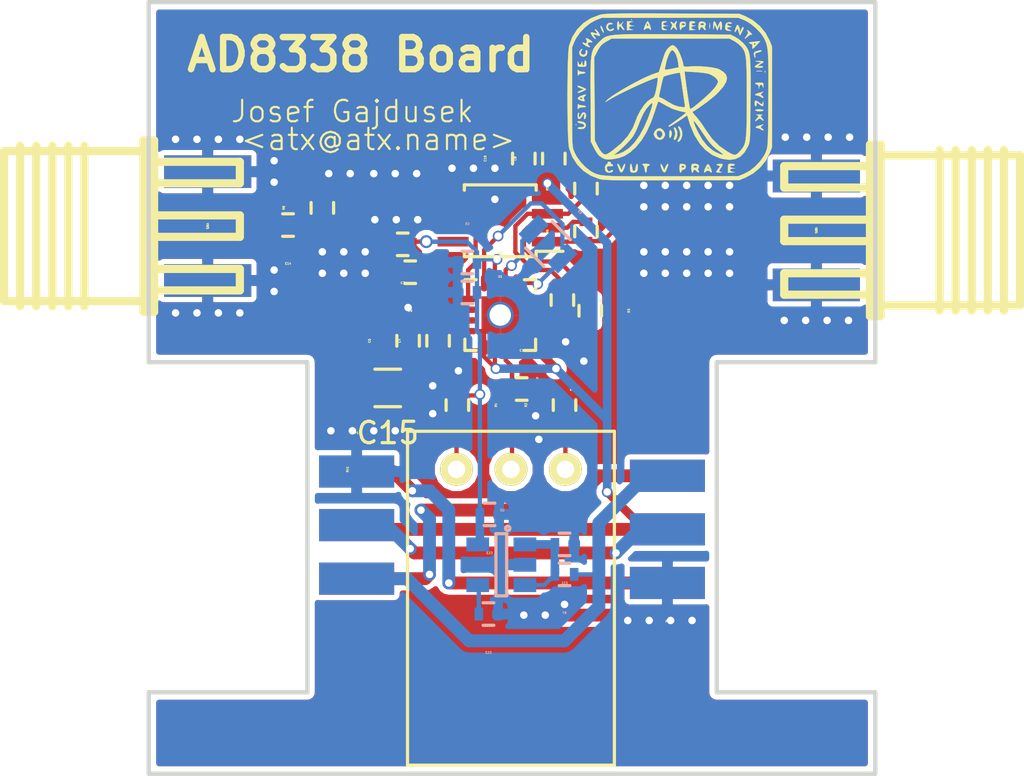
<source format=kicad_pcb>
(kicad_pcb (version 4) (host pcbnew 4.0.2-stable)
  (layers (0 F.Cu signal) (31 B.Cu signal) (34 B.Paste user) (35 F.Paste user) (36 B.SilkS user) (37 F.SilkS user) (38 B.Mask user) (39 F.Mask user) (44 Edge.Cuts user))
  (net 0 "")
  (net 1 "Net-(C1-Pad1)")
  (net 2 GND)
  (net 3 "Net-(C2-Pad1)")
  (net 4 "Net-(C2-Pad2)")
  (net 5 +3V3)
  (net 6 V-)
  (net 7 "Net-(C11-Pad1)")
  (net 8 "Net-(C12-Pad1)")
  (net 9 "Net-(C14-Pad1)")
  (net 10 "Net-(C14-Pad2)")
  (net 11 "Net-(P1-Pad1)")
  (net 12 "Net-(P1-Pad5)")
  (net 13 "Net-(P1-Pad4)")
  (net 14 +5V)
  (net 15 "Net-(R1-Pad2)")
  (net 16 "Net-(R2-Pad1)")
  (net 17 "Net-(R3-Pad1)")
  (net 18 "Net-(R3-Pad2)")
  (net 19 "Net-(R4-Pad1)")
  (net 20 "Net-(R4-Pad2)")
  (net 21 "Net-(U1-Pad6)")
  (net 22 "Net-(J2-Pad1)")
  (module Measurement_Points:Measurement_Point_Round-TH_Small (layer F.Cu) (at 20.8 20.2)
    (fp_text reference REF**113 hide)
    (fp_text value Measurement_Point_Round-TH_Small hide)
    (pad 1 thru_hole circle (at 0 0) (size 0.5 0.5) (drill 0.35) (layers *.Cu *.Mask) (net 2 GND))
  )
  (module Measurement_Points:Measurement_Point_Round-TH_Small (layer F.Cu) (at 21.8 20.2)
    (fp_text reference REF**123 hide)
    (fp_text value Measurement_Point_Round-TH_Small hide)
    (pad 1 thru_hole circle (at 0 0) (size 0.5 0.5) (drill 0.35) (layers *.Cu *.Mask) (net 2 GND))
  )
  (module Measurement_Points:Measurement_Point_Round-TH_Small (layer F.Cu) (at 25.65 31.4)
    (fp_text reference REF**141 hide)
    (fp_text value Measurement_Point_Round-TH_Small hide)
    (pad 1 thru_hole circle (at 0 0) (size 0.5 0.5) (drill 0.35) (layers *.Cu *.Mask) (net 2 GND))
  )
  (module Measurement_Points:Measurement_Point_Round-TH_Small (layer F.Cu) (at 25.65 30.1)
    (fp_text reference REF**141 hide)
    (fp_text value Measurement_Point_Round-TH_Small hide)
    (pad 1 thru_hole circle (at 0 0) (size 0.5 0.5) (drill 0.35) (layers *.Cu *.Mask) (net 2 GND))
  )
  (module Measurement_Points:Measurement_Point_Round-TH_Small (layer F.Cu) (at 30.45 31.5)
    (fp_text reference REF**141 hide)
    (fp_text value Measurement_Point_Round-TH_Small hide)
    (pad 1 thru_hole circle (at 0 0) (size 0.5 0.5) (drill 0.35) (layers *.Cu *.Mask) (net 2 GND))
  )
  (module Measurement_Points:Measurement_Point_Round-TH_Small (layer F.Cu) (at 30.6 32.6)
    (fp_text reference REF**141 hide)
    (fp_text value Measurement_Point_Round-TH_Small hide)
    (pad 1 thru_hole circle (at 0 0) (size 0.5 0.5) (drill 0.35) (layers *.Cu *.Mask) (net 2 GND))
  )
  (module Measurement_Points:Measurement_Point_Round-TH_Small (layer F.Cu) (at 24.95 22.35)
    (fp_text reference REF**133 hide)
    (fp_text value Measurement_Point_Round-TH_Small hide)
    (pad 1 thru_hole circle (at 0 0) (size 0.5 0.5) (drill 0.35) (layers *.Cu *.Mask) (net 2 GND))
  )
  (module Measurement_Points:Measurement_Point_Round-TH_Small (layer F.Cu) (at 23.95 22.35)
    (fp_text reference REF**123 hide)
    (fp_text value Measurement_Point_Round-TH_Small hide)
    (pad 1 thru_hole circle (at 0 0) (size 0.5 0.5) (drill 0.35) (layers *.Cu *.Mask) (net 2 GND))
  )
  (module Measurement_Points:Measurement_Point_Round-TH_Small (layer F.Cu) (at 22.95 22.35)
    (fp_text reference REF**113 hide)
    (fp_text value Measurement_Point_Round-TH_Small hide)
    (pad 1 thru_hole circle (at 0 0) (size 0.5 0.5) (drill 0.35) (layers *.Cu *.Mask) (net 2 GND))
  )
  (module Measurement_Points:Measurement_Point_Round-TH_Small (layer F.Cu) (at 24.5 26.45)
    (fp_text reference REF**141 hide)
    (fp_text value Measurement_Point_Round-TH_Small hide)
    (pad 1 thru_hole circle (at 0 0) (size 0.5 0.5) (drill 0.35) (layers *.Cu *.Mask) (net 2 GND))
  )
  (module Measurement_Points:Measurement_Point_Round-TH_Small (layer F.Cu) (at 28.8 26.8)
    (fp_text reference REF**141 hide)
    (fp_text value Measurement_Point_Round-TH_Small hide)
    (pad 1 thru_hole circle (at 0 0) (size 1.25 1.25) (drill 1) (layers *.Cu *.Mask) (net 6 V-))
  )
  (module Measurement_Points:Measurement_Point_Round-TH_Small (layer F.Cu) (at 26.85 29.4)
    (fp_text reference REF**141 hide)
    (fp_text value Measurement_Point_Round-TH_Small hide)
    (pad 1 thru_hole circle (at 0 0) (size 0.5 0.5) (drill 0.35) (layers *.Cu *.Mask) (net 2 GND))
  )
  (module Measurement_Points:Measurement_Point_Round-TH_Small (layer F.Cu) (at 32.7 28.95)
    (fp_text reference REF**112 hide)
    (fp_text value Measurement_Point_Round-TH_Small hide)
    (pad 1 thru_hole circle (at 0 0) (size 0.5 0.5) (drill 0.35) (layers *.Cu *.Mask) (net 2 GND))
  )
  (module Measurement_Points:Measurement_Point_Round-TH_Small (layer F.Cu) (at 31.85 28.05)
    (fp_text reference REF**112 hide)
    (fp_text value Measurement_Point_Round-TH_Small hide)
    (pad 1 thru_hole circle (at 0 0) (size 0.5 0.5) (drill 0.35) (layers *.Cu *.Mask) (net 2 GND))
  )
  (module Measurement_Points:Measurement_Point_Round-TH_Small (layer F.Cu) (at 28.55 21.4)
    (fp_text reference REF**132 hide)
    (fp_text value Measurement_Point_Round-TH_Small hide)
    (pad 1 thru_hole circle (at 0 0) (size 0.5 0.5) (drill 0.35) (layers *.Cu *.Mask) (net 2 GND))
  )
  (module Measurement_Points:Measurement_Point_Round-TH_Small (layer F.Cu) (at 26.55 19.95)
    (fp_text reference REF**112 hide)
    (fp_text value Measurement_Point_Round-TH_Small hide)
    (pad 1 thru_hole circle (at 0 0) (size 0.5 0.5) (drill 0.35) (layers *.Cu *.Mask) (net 2 GND))
  )
  (module Measurement_Points:Measurement_Point_Round-TH_Small (layer F.Cu) (at 28.55 19.95)
    (fp_text reference REF**132 hide)
    (fp_text value Measurement_Point_Round-TH_Small hide)
    (pad 1 thru_hole circle (at 0 0) (size 0.5 0.5) (drill 0.35) (layers *.Cu *.Mask) (net 2 GND))
  )
  (module Measurement_Points:Measurement_Point_Round-TH_Small (layer F.Cu) (at 27.55 19.95)
    (fp_text reference REF**122 hide)
    (fp_text value Measurement_Point_Round-TH_Small hide)
    (pad 1 thru_hole circle (at 0 0) (size 0.5 0.5) (drill 0.35) (layers *.Cu *.Mask) (net 2 GND))
  )
  (module Measurement_Points:Measurement_Point_Round-TH_Small (layer F.Cu) (at 23.9 20.2)
    (fp_text reference REF**123 hide)
    (fp_text value Measurement_Point_Round-TH_Small hide)
    (pad 1 thru_hole circle (at 0 0) (size 0.5 0.5) (drill 0.35) (layers *.Cu *.Mask) (net 2 GND))
  )
  (module Measurement_Points:Measurement_Point_Round-TH_Small (layer F.Cu) (at 24.9 20.2)
    (fp_text reference REF**133 hide)
    (fp_text value Measurement_Point_Round-TH_Small hide)
    (pad 1 thru_hole circle (at 0 0) (size 0.5 0.5) (drill 0.35) (layers *.Cu *.Mask) (net 2 GND))
  )
  (module Measurement_Points:Measurement_Point_Round-TH_Small (layer F.Cu) (at 22.9 20.2)
    (fp_text reference REF**113 hide)
    (fp_text value Measurement_Point_Round-TH_Small hide)
    (pad 1 thru_hole circle (at 0 0) (size 0.5 0.5) (drill 0.35) (layers *.Cu *.Mask) (net 2 GND))
  )
  (module Measurement_Points:Measurement_Point_Round-TH_Small (layer F.Cu) (at 21.5 23.85)
    (fp_text reference REF**122 hide)
    (fp_text value Measurement_Point_Round-TH_Small hide)
    (pad 1 thru_hole circle (at 0 0) (size 0.5 0.5) (drill 0.35) (layers *.Cu *.Mask) (net 2 GND))
  )
  (module Measurement_Points:Measurement_Point_Round-TH_Small (layer F.Cu) (at 20.5 23.85)
    (fp_text reference REF**112 hide)
    (fp_text value Measurement_Point_Round-TH_Small hide)
    (pad 1 thru_hole circle (at 0 0) (size 0.5 0.5) (drill 0.35) (layers *.Cu *.Mask) (net 2 GND))
  )
  (module Measurement_Points:Measurement_Point_Round-TH_Small (layer F.Cu) (at 21.5 24.85)
    (fp_text reference REF**123 hide)
    (fp_text value Measurement_Point_Round-TH_Small hide)
    (pad 1 thru_hole circle (at 0 0) (size 0.5 0.5) (drill 0.35) (layers *.Cu *.Mask) (net 2 GND))
  )
  (module Measurement_Points:Measurement_Point_Round-TH_Small (layer F.Cu) (at 20.5 24.85)
    (fp_text reference REF**113 hide)
    (fp_text value Measurement_Point_Round-TH_Small hide)
    (pad 1 thru_hole circle (at 0 0) (size 0.5 0.5) (drill 0.35) (layers *.Cu *.Mask) (net 2 GND))
  )
  (module Measurement_Points:Measurement_Point_Round-TH_Small (layer F.Cu) (at 22.5 24.85)
    (fp_text reference REF**133 hide)
    (fp_text value Measurement_Point_Round-TH_Small hide)
    (pad 1 thru_hole circle (at 0 0) (size 0.5 0.5) (drill 0.35) (layers *.Cu *.Mask) (net 2 GND))
  )
  (module Measurement_Points:Measurement_Point_Round-TH_Small (layer F.Cu) (at 22.5 23.85)
    (fp_text reference REF**132 hide)
    (fp_text value Measurement_Point_Round-TH_Small hide)
    (pad 1 thru_hole circle (at 0 0) (size 0.5 0.5) (drill 0.35) (layers *.Cu *.Mask) (net 2 GND))
  )
  (module Measurement_Points:Measurement_Point_Round-TH_Small (layer F.Cu) (at 43.1 18.5)
    (fp_text reference REF**121 hide)
    (fp_text value Measurement_Point_Round-TH_Small hide)
    (pad 1 thru_hole circle (at 0 0) (size 0.5 0.5) (drill 0.35) (layers *.Cu *.Mask) (net 2 GND))
  )
  (module Measurement_Points:Measurement_Point_Round-TH_Small (layer F.Cu) (at 44.1 18.5)
    (fp_text reference REF**131 hide)
    (fp_text value Measurement_Point_Round-TH_Small hide)
    (pad 1 thru_hole circle (at 0 0) (size 0.5 0.5) (drill 0.35) (layers *.Cu *.Mask) (net 2 GND))
  )
  (module Measurement_Points:Measurement_Point_Round-TH_Small (layer F.Cu) (at 42.1 18.5)
    (fp_text reference REF**111 hide)
    (fp_text value Measurement_Point_Round-TH_Small hide)
    (pad 1 thru_hole circle (at 0 0) (size 0.5 0.5) (drill 0.35) (layers *.Cu *.Mask) (net 2 GND))
  )
  (module Measurement_Points:Measurement_Point_Round-TH_Small (layer F.Cu) (at 45.1 18.5)
    (fp_text reference REF**141 hide)
    (fp_text value Measurement_Point_Round-TH_Small hide)
    (pad 1 thru_hole circle (at 0 0) (size 0.5 0.5) (drill 0.35) (layers *.Cu *.Mask) (net 2 GND))
  )
  (module Measurement_Points:Measurement_Point_Round-TH_Small (layer F.Cu) (at 45.05 27.05)
    (fp_text reference REF**141 hide)
    (fp_text value Measurement_Point_Round-TH_Small hide)
    (pad 1 thru_hole circle (at 0 0) (size 0.5 0.5) (drill 0.35) (layers *.Cu *.Mask) (net 2 GND))
  )
  (module Measurement_Points:Measurement_Point_Round-TH_Small (layer F.Cu) (at 44.05 27.05)
    (fp_text reference REF**131 hide)
    (fp_text value Measurement_Point_Round-TH_Small hide)
    (pad 1 thru_hole circle (at 0 0) (size 0.5 0.5) (drill 0.35) (layers *.Cu *.Mask) (net 2 GND))
  )
  (module Measurement_Points:Measurement_Point_Round-TH_Small (layer F.Cu) (at 43.05 27.05)
    (fp_text reference REF**121 hide)
    (fp_text value Measurement_Point_Round-TH_Small hide)
    (pad 1 thru_hole circle (at 0 0) (size 0.5 0.5) (drill 0.35) (layers *.Cu *.Mask) (net 2 GND))
  )
  (module Measurement_Points:Measurement_Point_Round-TH_Small (layer F.Cu) (at 42.05 27.05)
    (fp_text reference REF**111 hide)
    (fp_text value Measurement_Point_Round-TH_Small hide)
    (pad 1 thru_hole circle (at 0 0) (size 0.5 0.5) (drill 0.35) (layers *.Cu *.Mask) (net 2 GND))
  )
  (module Measurement_Points:Measurement_Point_Round-TH_Small (layer F.Cu) (at 37.5 23.85)
    (fp_text reference REF**131 hide)
    (fp_text value Measurement_Point_Round-TH_Small hide)
    (pad 1 thru_hole circle (at 0 0) (size 0.5 0.5) (drill 0.35) (layers *.Cu *.Mask) (net 2 GND))
  )
  (module Measurement_Points:Measurement_Point_Round-TH_Small (layer F.Cu) (at 37.5 24.85)
    (fp_text reference REF**132 hide)
    (fp_text value Measurement_Point_Round-TH_Small hide)
    (pad 1 thru_hole circle (at 0 0) (size 0.5 0.5) (drill 0.35) (layers *.Cu *.Mask) (net 2 GND))
  )
  (module Measurement_Points:Measurement_Point_Round-TH_Small (layer F.Cu) (at 36.5 23.85)
    (fp_text reference REF**121 hide)
    (fp_text value Measurement_Point_Round-TH_Small hide)
    (pad 1 thru_hole circle (at 0 0) (size 0.5 0.5) (drill 0.35) (layers *.Cu *.Mask) (net 2 GND))
  )
  (module Measurement_Points:Measurement_Point_Round-TH_Small (layer F.Cu) (at 35.5 24.85)
    (fp_text reference REF**112 hide)
    (fp_text value Measurement_Point_Round-TH_Small hide)
    (pad 1 thru_hole circle (at 0 0) (size 0.5 0.5) (drill 0.35) (layers *.Cu *.Mask) (net 2 GND))
  )
  (module Measurement_Points:Measurement_Point_Round-TH_Small (layer F.Cu) (at 36.5 24.85)
    (fp_text reference REF**122 hide)
    (fp_text value Measurement_Point_Round-TH_Small hide)
    (pad 1 thru_hole circle (at 0 0) (size 0.5 0.5) (drill 0.35) (layers *.Cu *.Mask) (net 2 GND))
  )
  (module Measurement_Points:Measurement_Point_Round-TH_Small (layer F.Cu) (at 35.5 23.85)
    (fp_text reference REF**111 hide)
    (fp_text value Measurement_Point_Round-TH_Small hide)
    (pad 1 thru_hole circle (at 0 0) (size 0.5 0.5) (drill 0.35) (layers *.Cu *.Mask) (net 2 GND))
  )
  (module Measurement_Points:Measurement_Point_Round-TH_Small (layer F.Cu) (at 38.5 23.85)
    (fp_text reference REF**141 hide)
    (fp_text value Measurement_Point_Round-TH_Small hide)
    (pad 1 thru_hole circle (at 0 0) (size 0.5 0.5) (drill 0.35) (layers *.Cu *.Mask) (net 2 GND))
  )
  (module Measurement_Points:Measurement_Point_Round-TH_Small (layer F.Cu) (at 39.5 24.85)
    (fp_text reference REF**152 hide)
    (fp_text value Measurement_Point_Round-TH_Small hide)
    (pad 1 thru_hole circle (at 0 0) (size 0.5 0.5) (drill 0.35) (layers *.Cu *.Mask) (net 2 GND))
  )
  (module Measurement_Points:Measurement_Point_Round-TH_Small (layer F.Cu) (at 38.5 24.85)
    (fp_text reference REF**142 hide)
    (fp_text value Measurement_Point_Round-TH_Small hide)
    (pad 1 thru_hole circle (at 0 0) (size 0.5 0.5) (drill 0.35) (layers *.Cu *.Mask) (net 2 GND))
  )
  (module Measurement_Points:Measurement_Point_Round-TH_Small (layer F.Cu) (at 39.5 23.85)
    (fp_text reference REF**151 hide)
    (fp_text value Measurement_Point_Round-TH_Small hide)
    (pad 1 thru_hole circle (at 0 0) (size 0.5 0.5) (drill 0.35) (layers *.Cu *.Mask) (net 2 GND))
  )
  (module Measurement_Points:Measurement_Point_Round-TH_Small (layer F.Cu) (at 39.5 20.75)
    (fp_text reference REF**152 hide)
    (fp_text value Measurement_Point_Round-TH_Small hide)
    (pad 1 thru_hole circle (at 0 0) (size 0.5 0.5) (drill 0.35) (layers *.Cu *.Mask) (net 2 GND))
  )
  (module Measurement_Points:Measurement_Point_Round-TH_Small (layer F.Cu) (at 35.5 20.75)
    (fp_text reference REF**112 hide)
    (fp_text value Measurement_Point_Round-TH_Small hide)
    (pad 1 thru_hole circle (at 0 0) (size 0.5 0.5) (drill 0.35) (layers *.Cu *.Mask) (net 2 GND))
  )
  (module Measurement_Points:Measurement_Point_Round-TH_Small (layer F.Cu) (at 36.5 20.75)
    (fp_text reference REF**122 hide)
    (fp_text value Measurement_Point_Round-TH_Small hide)
    (pad 1 thru_hole circle (at 0 0) (size 0.5 0.5) (drill 0.35) (layers *.Cu *.Mask) (net 2 GND))
  )
  (module Measurement_Points:Measurement_Point_Round-TH_Small (layer F.Cu) (at 36.5 21.75)
    (fp_text reference REF**123 hide)
    (fp_text value Measurement_Point_Round-TH_Small hide)
    (pad 1 thru_hole circle (at 0 0) (size 0.5 0.5) (drill 0.35) (layers *.Cu *.Mask) (net 2 GND))
  )
  (module Measurement_Points:Measurement_Point_Round-TH_Small (layer F.Cu) (at 35.5 21.75)
    (fp_text reference REF**113 hide)
    (fp_text value Measurement_Point_Round-TH_Small hide)
    (pad 1 thru_hole circle (at 0 0) (size 0.5 0.5) (drill 0.35) (layers *.Cu *.Mask) (net 2 GND))
  )
  (module Measurement_Points:Measurement_Point_Round-TH_Small (layer F.Cu) (at 37.5 20.75)
    (fp_text reference REF**132 hide)
    (fp_text value Measurement_Point_Round-TH_Small hide)
    (pad 1 thru_hole circle (at 0 0) (size 0.5 0.5) (drill 0.35) (layers *.Cu *.Mask) (net 2 GND))
  )
  (module Measurement_Points:Measurement_Point_Round-TH_Small (layer F.Cu) (at 38.5 21.75)
    (fp_text reference REF**143 hide)
    (fp_text value Measurement_Point_Round-TH_Small hide)
    (pad 1 thru_hole circle (at 0 0) (size 0.5 0.5) (drill 0.35) (layers *.Cu *.Mask) (net 2 GND))
  )
  (module Measurement_Points:Measurement_Point_Round-TH_Small (layer F.Cu) (at 37.5 21.75)
    (fp_text reference REF**133 hide)
    (fp_text value Measurement_Point_Round-TH_Small hide)
    (pad 1 thru_hole circle (at 0 0) (size 0.5 0.5) (drill 0.35) (layers *.Cu *.Mask) (net 2 GND))
  )
  (module Measurement_Points:Measurement_Point_Round-TH_Small (layer F.Cu) (at 38.5 20.75)
    (fp_text reference REF**142 hide)
    (fp_text value Measurement_Point_Round-TH_Small hide)
    (pad 1 thru_hole circle (at 0 0) (size 0.5 0.5) (drill 0.35) (layers *.Cu *.Mask) (net 2 GND))
  )
  (module Measurement_Points:Measurement_Point_Round-TH_Small (layer F.Cu) (at 39.5 21.75)
    (fp_text reference REF**153 hide)
    (fp_text value Measurement_Point_Round-TH_Small hide)
    (pad 1 thru_hole circle (at 0 0) (size 0.5 0.5) (drill 0.35) (layers *.Cu *.Mask) (net 2 GND))
  )
  (module Measurement_Points:Measurement_Point_Round-TH_Small (layer F.Cu) (at 18.25 19.6)
    (fp_text reference REF**111 hide)
    (fp_text value Measurement_Point_Round-TH_Small hide)
    (pad 1 thru_hole circle (at 0 0) (size 0.5 0.5) (drill 0.35) (layers *.Cu *.Mask) (net 2 GND))
  )
  (module Measurement_Points:Measurement_Point_Round-TH_Small (layer F.Cu) (at 18.25 20.6)
    (fp_text reference REF**112 hide)
    (fp_text value Measurement_Point_Round-TH_Small hide)
    (pad 1 thru_hole circle (at 0 0) (size 0.5 0.5) (drill 0.35) (layers *.Cu *.Mask) (net 2 GND))
  )
  (module Measurement_Points:Measurement_Point_Round-TH_Small (layer F.Cu) (at 18.25 24.7)
    (fp_text reference REF**111 hide)
    (fp_text value Measurement_Point_Round-TH_Small hide)
    (pad 1 thru_hole circle (at 0 0) (size 0.5 0.5) (drill 0.35) (layers *.Cu *.Mask) (net 2 GND))
  )
  (module Measurement_Points:Measurement_Point_Round-TH_Small (layer F.Cu) (at 18.25 25.7)
    (fp_text reference REF**112 hide)
    (fp_text value Measurement_Point_Round-TH_Small hide)
    (pad 1 thru_hole circle (at 0 0) (size 0.5 0.5) (drill 0.35) (layers *.Cu *.Mask) (net 2 GND))
  )
  (module Measurement_Points:Measurement_Point_Round-TH_Small (layer F.Cu) (at 14.65 18.6)
    (fp_text reference REF**121 hide)
    (fp_text value Measurement_Point_Round-TH_Small hide)
    (pad 1 thru_hole circle (at 0 0) (size 0.5 0.5) (drill 0.35) (layers *.Cu *.Mask) (net 2 GND))
  )
  (module Measurement_Points:Measurement_Point_Round-TH_Small (layer F.Cu) (at 15.65 18.6)
    (fp_text reference REF**131 hide)
    (fp_text value Measurement_Point_Round-TH_Small hide)
    (pad 1 thru_hole circle (at 0 0) (size 0.5 0.5) (drill 0.35) (layers *.Cu *.Mask) (net 2 GND))
  )
  (module Measurement_Points:Measurement_Point_Round-TH_Small (layer F.Cu) (at 13.65 18.6)
    (fp_text reference REF**111 hide)
    (fp_text value Measurement_Point_Round-TH_Small hide)
    (pad 1 thru_hole circle (at 0 0) (size 0.5 0.5) (drill 0.35) (layers *.Cu *.Mask) (net 2 GND))
  )
  (module Measurement_Points:Measurement_Point_Round-TH_Small (layer F.Cu) (at 16.65 18.6)
    (fp_text reference REF**141 hide)
    (fp_text value Measurement_Point_Round-TH_Small hide)
    (pad 1 thru_hole circle (at 0 0) (size 0.5 0.5) (drill 0.35) (layers *.Cu *.Mask) (net 2 GND))
  )
  (module Measurement_Points:Measurement_Point_Round-TH_Small (layer F.Cu) (at 14.65 26.7)
    (fp_text reference REF**121 hide)
    (fp_text value Measurement_Point_Round-TH_Small hide)
    (pad 1 thru_hole circle (at 0 0) (size 0.5 0.5) (drill 0.35) (layers *.Cu *.Mask) (net 2 GND))
  )
  (module Measurement_Points:Measurement_Point_Round-TH_Small (layer F.Cu) (at 15.65 26.7)
    (fp_text reference REF**131 hide)
    (fp_text value Measurement_Point_Round-TH_Small hide)
    (pad 1 thru_hole circle (at 0 0) (size 0.5 0.5) (drill 0.35) (layers *.Cu *.Mask) (net 2 GND))
  )
  (module Measurement_Points:Measurement_Point_Round-TH_Small (layer F.Cu) (at 13.65 26.7)
    (fp_text reference REF**111 hide)
    (fp_text value Measurement_Point_Round-TH_Small hide)
    (pad 1 thru_hole circle (at 0 0) (size 0.5 0.5) (drill 0.35) (layers *.Cu *.Mask) (net 2 GND))
  )
  (module Measurement_Points:Measurement_Point_Round-TH_Small (layer F.Cu) (at 16.65 26.7)
    (fp_text reference REF**141 hide)
    (fp_text value Measurement_Point_Round-TH_Small hide)
    (pad 1 thru_hole circle (at 0 0) (size 0.5 0.5) (drill 0.35) (layers *.Cu *.Mask) (net 2 GND))
  )
  (module Measurement_Points:Measurement_Point_Round-TH_Small (layer F.Cu) (at 23.9 32.2)
    (fp_text reference REF**141 hide)
    (fp_text value Measurement_Point_Round-TH_Small hide)
    (pad 1 thru_hole circle (at 0 0) (size 0.5 0.5) (drill 0.35) (layers *.Cu *.Mask) (net 2 GND))
  )
  (module Measurement_Points:Measurement_Point_Round-TH_Small (layer F.Cu) (at 20.9 32.2)
    (fp_text reference REF**111 hide)
    (fp_text value Measurement_Point_Round-TH_Small hide)
    (pad 1 thru_hole circle (at 0 0) (size 0.5 0.5) (drill 0.35) (layers *.Cu *.Mask) (net 2 GND))
  )
  (module Measurement_Points:Measurement_Point_Round-TH_Small (layer F.Cu) (at 21.9 32.2)
    (fp_text reference REF**121 hide)
    (fp_text value Measurement_Point_Round-TH_Small hide)
    (pad 1 thru_hole circle (at 0 0) (size 0.5 0.5) (drill 0.35) (layers *.Cu *.Mask) (net 2 GND))
  )
  (module Measurement_Points:Measurement_Point_Round-TH_Small (layer F.Cu) (at 22.9 32.2)
    (fp_text reference REF**131 hide)
    (fp_text value Measurement_Point_Round-TH_Small hide)
    (pad 1 thru_hole circle (at 0 0) (size 0.5 0.5) (drill 0.35) (layers *.Cu *.Mask) (net 2 GND))
  )
  (module Measurement_Points:Measurement_Point_Round-TH_Small (layer F.Cu) (at 35.75 41.05)
    (fp_text reference REF**121 hide)
    (fp_text value Measurement_Point_Round-TH_Small hide)
    (pad 1 thru_hole circle (at 0 0) (size 0.5 0.5) (drill 0.35) (layers *.Cu *.Mask) (net 2 GND))
  )
  (module Measurement_Points:Measurement_Point_Round-TH_Small (layer F.Cu) (at 36.75 41.05)
    (fp_text reference REF**131 hide)
    (fp_text value Measurement_Point_Round-TH_Small hide)
    (pad 1 thru_hole circle (at 0 0) (size 0.5 0.5) (drill 0.35) (layers *.Cu *.Mask) (net 2 GND))
  )
  (module Measurement_Points:Measurement_Point_Round-TH_Small (layer F.Cu) (at 34.75 41.05)
    (fp_text reference REF**111 hide)
    (fp_text value Measurement_Point_Round-TH_Small hide)
    (pad 1 thru_hole circle (at 0 0) (size 0.5 0.5) (drill 0.35) (layers *.Cu *.Mask) (net 2 GND))
  )
  (module Measurement_Points:Measurement_Point_Round-TH_Small (layer F.Cu) (at 37.75 41.05)
    (fp_text reference REF**141 hide)
    (fp_text value Measurement_Point_Round-TH_Small hide)
    (pad 1 thru_hole circle (at 0 0) (size 0.5 0.5) (drill 0.35) (layers *.Cu *.Mask) (net 2 GND))
  )
  (module Measurement_Points:Measurement_Point_Round-TH_Small (layer F.Cu) (at 29.9 40.8)
    (fp_text reference REF**111 hide)
    (fp_text value Measurement_Point_Round-TH_Small hide)
    (pad 1 thru_hole circle (at 0 0) (size 0.5 0.5) (drill 0.35) (layers *.Cu *.Mask) (net 2 GND))
  )
  (module Measurement_Points:Measurement_Point_Round-TH_Small (layer F.Cu) (at 31.8 40.3)
    (fp_text reference REF**131 hide)
    (fp_text value Measurement_Point_Round-TH_Small hide)
    (pad 1 thru_hole circle (at 0 0) (size 0.5 0.5) (drill 0.35) (layers *.Cu *.Mask) (net 2 GND))
  )
  (module Measurement_Points:Measurement_Point_Round-TH_Small (layer F.Cu) (at 30.9 40.8)
    (fp_text reference REF**121 hide)
    (fp_text value Measurement_Point_Round-TH_Small hide)
    (pad 1 thru_hole circle (at 0 0) (size 0.5 0.5) (drill 0.35) (layers *.Cu *.Mask) (net 2 GND))
  )
  (module TinkerForge:CON-SMA-EDGE (layer F.Cu) (at 43.55 22.85 90)
    (fp_text reference J2 (at 0 0 90) (layer F.SilkS) (effects (font (size 0.1 0.1) (thickness 0.025))))
    (fp_text value SMA (at 0 0 90) (layer F.SilkS) (effects (font (size 0.1 0.1) (thickness 0.025))))
    (pad 1 smd rect (at 0 0 90) (size 1.524 4.064) (layers F.Cu F.Paste F.Mask) (net 22 "Net-(J2-Pad1)"))
    (pad 2 smd rect (at -2.54 0 90) (size 1.524 4.064) (layers F.Cu F.Paste F.Mask) (net 2 GND))
    (pad 4 smd rect (at 2.54 0 90) (size 1.524 4.064) (layers F.Cu F.Paste F.Mask) (net 2 GND))
    (pad 3 smd rect (at -2.54 0 90) (size 1.524 4.064) (layers B.Cu B.Paste B.Mask) (net 2 GND))
    (pad 5 smd rect (at 2.54 0 90) (size 1.524 4.064) (layers B.Cu B.Paste B.Mask) (net 2 GND))
  )
  (module TO_SOT_Packages_SMD:SOT-23-5 (layer B.Cu) (at 28.85 38.45 180)
    (fp_text reference U3 (at -0.05 2.55 180) (layer B.SilkS) (effects (font (size 0.1 0.1) (thickness 0.025)) (justify mirror)))
    (fp_text value NCP700B)
    (pad 1 smd rect (at -1.1 0.95 180) (size 1.06 0.65) (layers B.Cu B.Paste B.Mask) (net 7 "Net-(C11-Pad1)"))
    (pad 2 smd rect (at -1.1 0 180) (size 1.06 0.65) (layers B.Cu B.Paste B.Mask) (net 2 GND))
    (pad 3 smd rect (at -1.1 -0.95 180) (size 1.06 0.65) (layers B.Cu B.Paste B.Mask) (net 7 "Net-(C11-Pad1)"))
    (pad 4 smd rect (at 1.1 -0.95 180) (size 1.06 0.65) (layers B.Cu B.Paste B.Mask) (net 8 "Net-(C12-Pad1)"))
    (pad 5 smd rect (at 1.1 0.95 180) (size 1.06 0.65) (layers B.Cu B.Paste B.Mask) (net 5 +3V3))
  )
  (module Housings_DFN_QFN:UQFN-16-1EP_3x3mm_Pitch0.5mm (layer F.Cu) (at 28.8 26.8)
    (fp_text reference U2 (at 0 -2.9) (layer F.SilkS) (effects (font (size 0.1 0.1) (thickness 0.025))))
    (fp_text value AD8338)
    (pad 1 smd oval (at -1.5 -0.75) (size 0.8 0.3) (layers F.Cu F.Paste F.Mask) (net 21 "Net-(U1-Pad6)"))
    (pad 2 smd oval (at -1.5 -0.25) (size 0.8 0.3) (layers F.Cu F.Paste F.Mask))
    (pad 3 smd oval (at -1.5 0.25) (size 0.8 0.3) (layers F.Cu F.Paste F.Mask))
    (pad 4 smd oval (at -1.5 0.75) (size 0.8 0.3) (layers F.Cu F.Paste F.Mask) (net 6 V-))
    (pad 5 smd oval (at -0.75 1.5 90) (size 0.8 0.3) (layers F.Cu F.Paste F.Mask) (net 6 V-))
    (pad 6 smd oval (at -0.25 1.5 90) (size 0.8 0.3) (layers F.Cu F.Paste F.Mask) (net 6 V-))
    (pad 7 smd oval (at 0.25 1.5 90) (size 0.8 0.3) (layers F.Cu F.Paste F.Mask) (net 1 "Net-(C1-Pad1)"))
    (pad 8 smd oval (at 0.75 1.5 90) (size 0.8 0.3) (layers F.Cu F.Paste F.Mask) (net 6 V-))
    (pad 9 smd oval (at 1.5 0.75) (size 0.8 0.3) (layers F.Cu F.Paste F.Mask))
    (pad 10 smd oval (at 1.5 0.25) (size 0.8 0.3) (layers F.Cu F.Paste F.Mask) (net 18 "Net-(R3-Pad2)"))
    (pad 11 smd oval (at 1.5 -0.25) (size 0.8 0.3) (layers F.Cu F.Paste F.Mask) (net 20 "Net-(R4-Pad2)"))
    (pad 12 smd oval (at 1.5 -0.75) (size 0.8 0.3) (layers F.Cu F.Paste F.Mask))
    (pad 13 smd oval (at 0.75 -1.5 90) (size 0.8 0.3) (layers F.Cu F.Paste F.Mask) (net 3 "Net-(C2-Pad1)"))
    (pad 14 smd oval (at 0.25 -1.5 90) (size 0.8 0.3) (layers F.Cu F.Paste F.Mask) (net 4 "Net-(C2-Pad2)"))
    (pad 15 smd oval (at -0.25 -1.5 90) (size 0.8 0.3) (layers F.Cu F.Paste F.Mask) (net 5 +3V3))
    (pad 16 smd oval (at -0.75 -1.5 90) (size 0.8 0.3) (layers F.Cu F.Paste F.Mask) (net 3 "Net-(C2-Pad1)"))
    (pad 17 smd rect (at 0.4375 0.4375) (size 0.875 0.875) (layers F.Cu F.Paste F.Mask) (net 6 V-))
    (pad 17 smd rect (at 0.4375 -0.4375) (size 0.875 0.875) (layers F.Cu F.Paste F.Mask) (net 6 V-))
    (pad 17 smd rect (at -0.4375 0.4375) (size 0.875 0.875) (layers F.Cu F.Paste F.Mask) (net 6 V-))
    (pad 17 smd rect (at -0.4375 -0.4375) (size 0.875 0.875) (layers F.Cu F.Paste F.Mask) (net 6 V-))
  )
  (module Housings_SSOP:MSOP-8_3x3mm_Pitch0.65mm (layer F.Cu) (at 28.8 22.4 180)
    (fp_text reference U1 (at 0 -2.6 180) (layer F.SilkS) (effects (font (size 0.1 0.1) (thickness 0.025))))
    (fp_text value MAX4477)
    (pad 1 smd rect (at -2.2 -0.975 180) (size 1.45 0.45) (layers F.Cu F.Paste F.Mask) (net 22 "Net-(J2-Pad1)"))
    (pad 2 smd rect (at -2.2 -0.325 180) (size 1.45 0.45) (layers F.Cu F.Paste F.Mask) (net 17 "Net-(R3-Pad1)"))
    (pad 3 smd rect (at -2.2 0.325 180) (size 1.45 0.45) (layers F.Cu F.Paste F.Mask) (net 19 "Net-(R4-Pad1)"))
    (pad 4 smd rect (at -2.2 0.975 180) (size 1.45 0.45) (layers F.Cu F.Paste F.Mask) (net 6 V-))
    (pad 5 smd rect (at 2.2 0.975 180) (size 1.45 0.45) (layers F.Cu F.Paste F.Mask) (net 9 "Net-(C14-Pad1)"))
    (pad 6 smd rect (at 2.2 0.325 180) (size 1.45 0.45) (layers F.Cu F.Paste F.Mask) (net 21 "Net-(U1-Pad6)"))
    (pad 7 smd rect (at 2.2 -0.325 180) (size 1.45 0.45) (layers F.Cu F.Paste F.Mask) (net 21 "Net-(U1-Pad6)"))
    (pad 8 smd rect (at 2.2 -0.975 180) (size 1.45 0.45) (layers F.Cu F.Paste F.Mask) (net 5 +3V3))
  )
  (module footprints:Potentiometer_Bourns_3296W_3-8Zoll_Inline_ScrewUp_Side (layer F.Cu) (at 31.84 34 90)
    (fp_text reference RV1 (at 0 -10.16 90) (layer F.SilkS) (effects (font (size 0.1 0.1) (thickness 0.025))))
    (fp_text value 20k)
    (pad 2 thru_hole circle (at 0 -2.54 90) (size 1.524 1.524) (drill 0.8128) (layers *.Cu *.Mask F.SilkS) (net 1 "Net-(C1-Pad1)"))
    (pad 3 thru_hole circle (at 0 -5.08 90) (size 1.524 1.524) (drill 0.8128) (layers *.Cu *.Mask F.SilkS) (net 15 "Net-(R1-Pad2)"))
    (pad 1 thru_hole circle (at 0 0 90) (size 1.524 1.524) (drill 0.8128) (layers *.Cu *.Mask F.SilkS) (net 16 "Net-(R2-Pad1)"))
  )
  (module Resistors_SMD:R_0402 (layer F.Cu) (at 20.5 21.8 90)
    (fp_text reference R8 (at 0 -1.8 90) (layer F.SilkS) (effects (font (size 0.1 0.1) (thickness 0.025))))
    (fp_text value 1M)
    (pad 1 smd rect (at -0.45 0 90) (size 0.4 0.6) (layers F.Cu F.Paste F.Mask) (net 9 "Net-(C14-Pad1)"))
    (pad 2 smd rect (at 0.45 0 90) (size 0.4 0.6) (layers F.Cu F.Paste F.Mask) (net 2 GND))
  )
  (module Resistors_SMD:R_0402 (layer B.Cu) (at 31.8 38.9)
    (fp_text reference R7 (at 0 1.8) (layer B.SilkS) (effects (font (size 0.1 0.1) (thickness 0.025)) (justify mirror)))
    (fp_text value 22)
    (pad 1 smd rect (at -0.45 0) (size 0.4 0.6) (layers B.Cu B.Paste B.Mask) (net 7 "Net-(C11-Pad1)"))
    (pad 2 smd rect (at 0.45 0) (size 0.4 0.6) (layers B.Cu B.Paste B.Mask) (net 14 +5V))
  )
  (module Resistors_SMD:R_0402 (layer F.Cu) (at 32.8 22.9 90)
    (fp_text reference R6 (at 0 -1.8 90) (layer F.SilkS) (effects (font (size 0.1 0.1) (thickness 0.025))))
    (fp_text value 10k)
    (pad 1 smd rect (at -0.45 0 90) (size 0.4 0.6) (layers F.Cu F.Paste F.Mask) (net 22 "Net-(J2-Pad1)"))
    (pad 2 smd rect (at 0.45 0 90) (size 0.4 0.6) (layers F.Cu F.Paste F.Mask) (net 17 "Net-(R3-Pad1)"))
  )
  (module Resistors_SMD:R_0402 (layer F.Cu) (at 32.8 20.9 90)
    (fp_text reference R5 (at 0 -1.8 90) (layer F.SilkS) (effects (font (size 0.1 0.1) (thickness 0.025))))
    (fp_text value 10k)
    (pad 1 smd rect (at -0.45 0 90) (size 0.4 0.6) (layers F.Cu F.Paste F.Mask) (net 19 "Net-(R4-Pad1)"))
    (pad 2 smd rect (at 0.45 0 90) (size 0.4 0.6) (layers F.Cu F.Paste F.Mask) (net 2 GND))
  )
  (module Resistors_SMD:R_0402 (layer F.Cu) (at 31.7 26.1 270)
    (fp_text reference R4 (at 0 -1.8 270) (layer F.SilkS) (effects (font (size 0.1 0.1) (thickness 0.025))))
    (fp_text value 10k)
    (pad 1 smd rect (at -0.45 0 270) (size 0.4 0.6) (layers F.Cu F.Paste F.Mask) (net 19 "Net-(R4-Pad1)"))
    (pad 2 smd rect (at 0.45 0 270) (size 0.4 0.6) (layers F.Cu F.Paste F.Mask) (net 20 "Net-(R4-Pad2)"))
  )
  (module Resistors_SMD:R_0402 (layer F.Cu) (at 33 26.6 270)
    (fp_text reference R3 (at 0 -1.8 270) (layer F.SilkS) (effects (font (size 0.1 0.1) (thickness 0.025))))
    (fp_text value 10k)
    (pad 1 smd rect (at -0.45 0 270) (size 0.4 0.6) (layers F.Cu F.Paste F.Mask) (net 17 "Net-(R3-Pad1)"))
    (pad 2 smd rect (at 0.45 0 270) (size 0.4 0.6) (layers F.Cu F.Paste F.Mask) (net 18 "Net-(R3-Pad2)"))
  )
  (module Resistors_SMD:R_0402 (layer F.Cu) (at 31.8 31 90)
    (fp_text reference R2 (at 0 -1.8 90) (layer F.SilkS) (effects (font (size 0.1 0.1) (thickness 0.025))))
    (fp_text value 18k)
    (pad 1 smd rect (at -0.45 0 90) (size 0.4 0.6) (layers F.Cu F.Paste F.Mask) (net 16 "Net-(R2-Pad1)"))
    (pad 2 smd rect (at 0.45 0 90) (size 0.4 0.6) (layers F.Cu F.Paste F.Mask) (net 2 GND))
  )
  (module Resistors_SMD:R_0402 (layer F.Cu) (at 26.8 31 270)
    (fp_text reference R1 (at 0 -1.8 270) (layer F.SilkS) (effects (font (size 0.1 0.1) (thickness 0.025))))
    (fp_text value 43k)
    (pad 1 smd rect (at -0.45 0 270) (size 0.4 0.6) (layers F.Cu F.Paste F.Mask) (net 5 +3V3))
    (pad 2 smd rect (at 0.45 0 270) (size 0.4 0.6) (layers F.Cu F.Paste F.Mask) (net 15 "Net-(R1-Pad2)"))
  )
  (module footprints:CONN_02x03_EDGE (layer F.Cu) (at 36.6 36.9 180)
    (fp_text reference P2 (at 0 -4.2 180) (layer F.SilkS) (effects (font (size 0.1 0.1) (thickness 0.025))))
    (fp_text value CONN_OUT)
    (pad 1 smd rect (at 0 -2.4 180) (size 3.5 1.5) (layers F.Cu F.Paste F.Mask) (net 11 "Net-(P1-Pad1)"))
    (pad 3 smd rect (at 0 0.1 180) (size 3.5 1.5) (layers F.Cu F.Paste F.Mask) (net 6 V-))
    (pad 5 smd rect (at 0 2.6 180) (size 3.5 1.5) (layers F.Cu F.Paste F.Mask) (net 12 "Net-(P1-Pad5)"))
    (pad 2 smd rect (at 0 -2.4 180) (size 3.5 1.5) (layers B.Cu B.Paste B.Mask) (net 2 GND))
    (pad 4 smd rect (at 0 0.1 180) (size 3.5 1.5) (layers B.Cu B.Paste B.Mask) (net 13 "Net-(P1-Pad4)"))
    (pad 6 smd rect (at 0 2.6 180) (size 3.5 1.5) (layers B.Cu B.Paste B.Mask) (net 14 +5V))
  )
  (module footprints:CONN_02x03_EDGE (layer F.Cu) (at 22.1 36.5)
    (fp_text reference P1 (at 0 -4.2) (layer F.SilkS) (effects (font (size 0.1 0.1) (thickness 0.025))))
    (fp_text value CONN_IN)
    (pad 1 smd rect (at 0 -2.4) (size 3.5 1.5) (layers F.Cu F.Paste F.Mask) (net 11 "Net-(P1-Pad1)"))
    (pad 3 smd rect (at 0 0.1) (size 3.5 1.5) (layers F.Cu F.Paste F.Mask) (net 6 V-))
    (pad 5 smd rect (at 0 2.6) (size 3.5 1.5) (layers F.Cu F.Paste F.Mask) (net 12 "Net-(P1-Pad5)"))
    (pad 2 smd rect (at 0 -2.4) (size 3.5 1.5) (layers B.Cu B.Paste B.Mask) (net 2 GND))
    (pad 4 smd rect (at 0 0.1) (size 3.5 1.5) (layers B.Cu B.Paste B.Mask) (net 13 "Net-(P1-Pad4)"))
    (pad 6 smd rect (at 0 2.6) (size 3.5 1.5) (layers B.Cu B.Paste B.Mask) (net 14 +5V))
  )
  (module TinkerForge:CON-SMA-EDGE (layer F.Cu) (at 15.15 22.65 270)
    (fp_text reference J1 (at 0 0 270) (layer F.SilkS) (effects (font (size 0.1 0.1) (thickness 0.025))))
    (fp_text value SMA (at 0 0 270) (layer F.SilkS) (effects (font (size 0.1 0.1) (thickness 0.025))))
    (pad 1 smd rect (at 0 0 270) (size 1.524 4.064) (layers F.Cu F.Paste F.Mask) (net 10 "Net-(C14-Pad2)"))
    (pad 2 smd rect (at -2.54 0 270) (size 1.524 4.064) (layers F.Cu F.Paste F.Mask) (net 2 GND))
    (pad 4 smd rect (at 2.54 0 270) (size 1.524 4.064) (layers F.Cu F.Paste F.Mask) (net 2 GND))
    (pad 3 smd rect (at -2.54 0 270) (size 1.524 4.064) (layers B.Cu B.Paste B.Mask) (net 2 GND))
    (pad 5 smd rect (at 2.54 0 270) (size 1.524 4.064) (layers B.Cu B.Paste B.Mask) (net 2 GND))
  )
  (module Resistors_SMD:R_0402 (layer F.Cu) (at 18.9 22.6 180)
    (fp_text reference C14 (at 0 -1.8 180) (layer F.SilkS) (effects (font (size 0.1 0.1) (thickness 0.025))))
    (fp_text value DNP)
    (pad 1 smd rect (at -0.45 0 180) (size 0.4 0.6) (layers F.Cu F.Paste F.Mask) (net 9 "Net-(C14-Pad1)"))
    (pad 2 smd rect (at 0.45 0 180) (size 0.4 0.6) (layers F.Cu F.Paste F.Mask) (net 10 "Net-(C14-Pad2)"))
  )
  (module Resistors_SMD:R_0402 (layer B.Cu) (at 28.3 36.1)
    (fp_text reference C13 (at 0 1.8) (layer B.SilkS) (effects (font (size 0.1 0.1) (thickness 0.025)) (justify mirror)))
    (fp_text value 1u)
    (pad 1 smd rect (at -0.45 0) (size 0.4 0.6) (layers B.Cu B.Paste B.Mask) (net 5 +3V3))
    (pad 2 smd rect (at 0.45 0) (size 0.4 0.6) (layers B.Cu B.Paste B.Mask) (net 2 GND))
  )
  (module Resistors_SMD:R_0402 (layer B.Cu) (at 28.25 40.75)
    (fp_text reference C12 (at 0 1.8) (layer B.SilkS) (effects (font (size 0.1 0.1) (thickness 0.025)) (justify mirror)))
    (fp_text value 100n)
    (pad 1 smd rect (at -0.45 0) (size 0.4 0.6) (layers B.Cu B.Paste B.Mask) (net 8 "Net-(C12-Pad1)"))
    (pad 2 smd rect (at 0.45 0) (size 0.4 0.6) (layers B.Cu B.Paste B.Mask) (net 2 GND))
  )
  (module Resistors_SMD:R_0402 (layer B.Cu) (at 31.8 37.5)
    (fp_text reference C11 (at 0 1.8) (layer B.SilkS) (effects (font (size 0.1 0.1) (thickness 0.025)) (justify mirror)))
    (fp_text value 1u)
    (pad 1 smd rect (at -0.45 0) (size 0.4 0.6) (layers B.Cu B.Paste B.Mask) (net 7 "Net-(C11-Pad1)"))
    (pad 2 smd rect (at 0.45 0) (size 0.4 0.6) (layers B.Cu B.Paste B.Mask) (net 2 GND))
  )
  (module Resistors_SMD:R_0402 (layer F.Cu) (at 31.3 19.5 90)
    (fp_text reference C8 (at 0 -1.8 90) (layer F.SilkS) (effects (font (size 0.1 0.1) (thickness 0.025))))
    (fp_text value 10n)
    (pad 1 smd rect (at -0.45 0 90) (size 0.4 0.6) (layers F.Cu F.Paste F.Mask) (net 6 V-))
    (pad 2 smd rect (at 0.45 0 90) (size 0.4 0.6) (layers F.Cu F.Paste F.Mask) (net 2 GND))
  )
  (module Resistors_SMD:R_0402 (layer F.Cu) (at 24.25 23.5 180)
    (fp_text reference C7 (at 0 -1.8 180) (layer F.SilkS) (effects (font (size 0.1 0.1) (thickness 0.025))))
    (fp_text value 10n)
    (pad 1 smd rect (at -0.45 0 180) (size 0.4 0.6) (layers F.Cu F.Paste F.Mask) (net 5 +3V3))
    (pad 2 smd rect (at 0.45 0 180) (size 0.4 0.6) (layers F.Cu F.Paste F.Mask) (net 2 GND))
  )
  (module Resistors_SMD:R_0402 (layer F.Cu) (at 24.5 28 90)
    (fp_text reference C6 (at 0 -1.8 90) (layer F.SilkS) (effects (font (size 0.1 0.1) (thickness 0.025))))
    (fp_text value 100n)
    (pad 1 smd rect (at -0.45 0 90) (size 0.4 0.6) (layers F.Cu F.Paste F.Mask) (net 6 V-))
    (pad 2 smd rect (at 0.45 0 90) (size 0.4 0.6) (layers F.Cu F.Paste F.Mask) (net 2 GND))
  )
  (module Resistors_SMD:R_0402 (layer B.Cu) (at 27.266 24.346 180)
    (fp_text reference C5 (at 0 1.8 180) (layer B.SilkS) (effects (font (size 0.1 0.1) (thickness 0.025)) (justify mirror)))
    (fp_text value 100n)
    (pad 1 smd rect (at -0.45 0 180) (size 0.4 0.6) (layers B.Cu B.Paste B.Mask) (net 5 +3V3))
    (pad 2 smd rect (at 0.45 0 180) (size 0.4 0.6) (layers B.Cu B.Paste B.Mask) (net 2 GND))
  )
  (module Resistors_SMD:R_0402 (layer F.Cu) (at 25.9 28 90)
    (fp_text reference C4 (at 0 -1.8 90) (layer F.SilkS) (effects (font (size 0.1 0.1) (thickness 0.025))))
    (fp_text value 10n)
    (pad 1 smd rect (at -0.45 0 90) (size 0.4 0.6) (layers F.Cu F.Paste F.Mask) (net 6 V-))
    (pad 2 smd rect (at 0.45 0 90) (size 0.4 0.6) (layers F.Cu F.Paste F.Mask) (net 2 GND))
  )
  (module Resistors_SMD:R_0402 (layer B.Cu) (at 27.266 25.746 180)
    (fp_text reference C3 (at 0 1.8 180) (layer B.SilkS) (effects (font (size 0.1 0.1) (thickness 0.025)) (justify mirror)))
    (fp_text value 10n)
    (pad 1 smd rect (at -0.45 0 180) (size 0.4 0.6) (layers B.Cu B.Paste B.Mask) (net 5 +3V3))
    (pad 2 smd rect (at 0.45 0 180) (size 0.4 0.6) (layers B.Cu B.Paste B.Mask) (net 2 GND))
  )
  (module Resistors_SMD:R_0805 (layer B.Cu) (at 31.03 23.48 135)
    (fp_text reference C2 (at 0 2.1 135) (layer B.SilkS) (effects (font (size 0.1 0.1) (thickness 0.025)) (justify mirror)))
    (fp_text value 10u)
    (pad 1 smd rect (at -0.95 0 135) (size 0.7 1.3) (layers B.Cu B.Paste B.Mask) (net 3 "Net-(C2-Pad1)"))
    (pad 2 smd rect (at 0.95 0 135) (size 0.7 1.3) (layers B.Cu B.Paste B.Mask) (net 4 "Net-(C2-Pad2)"))
  )
  (module Resistors_SMD:R_0402 (layer F.Cu) (at 29.8 30.25)
    (fp_text reference C1 (at 0 -1.8) (layer F.SilkS) (effects (font (size 0.1 0.1) (thickness 0.025))))
    (fp_text value 10n)
    (pad 1 smd rect (at -0.45 0) (size 0.4 0.6) (layers F.Cu F.Paste F.Mask) (net 1 "Net-(C1-Pad1)"))
    (pad 2 smd rect (at 0.45 0) (size 0.4 0.6) (layers F.Cu F.Paste F.Mask) (net 2 GND))
  )
  (module Resistors_SMD:R_0402 (layer F.Cu) (at 24.6 24.8 180)
    (fp_text reference C9 (at 0 -1.8 180) (layer F.SilkS) (effects (font (size 0.1 0.1) (thickness 0.025))))
    (fp_text value 100n)
    (pad 1 smd rect (at -0.45 0 180) (size 0.4 0.6) (layers F.Cu F.Paste F.Mask) (net 5 +3V3))
    (pad 2 smd rect (at 0.45 0 180) (size 0.4 0.6) (layers F.Cu F.Paste F.Mask) (net 2 GND))
  )
  (module Resistors_SMD:R_0402 (layer F.Cu) (at 29.9 19.5 90)
    (fp_text reference C10 (at 0 -1.8 90) (layer F.SilkS) (effects (font (size 0.1 0.1) (thickness 0.025))))
    (fp_text value 100n)
    (pad 1 smd rect (at -0.45 0 90) (size 0.4 0.6) (layers F.Cu F.Paste F.Mask) (net 6 V-))
    (pad 2 smd rect (at 0.45 0 90) (size 0.4 0.6) (layers F.Cu F.Paste F.Mask) (net 2 GND))
  )
  (module Resistors_SMD:R_0805 (layer F.Cu) (at 23.55 30.2 180)
    (fp_text reference C15 (at 0 -2.1 180) (layer F.SilkS))
    (fp_text value 10u)
    (pad 1 smd rect (at -0.95 0 180) (size 0.7 1.3) (layers F.Cu F.Paste F.Mask) (net 6 V-))
    (pad 2 smd rect (at 0.95 0 180) (size 0.7 1.3) (layers F.Cu F.Paste F.Mask) (net 2 GND))
  )
  (module footprints:utef_10x8 (layer F.Cu) (at 36.7 16.6)
    (fp_text reference G*** hide)
    (fp_text value LOGO hide)
  )
  (gr_text <atx@atx.name> (at 23.1 18.6) (layer F.SilkS) (effects (font (size 1 1) (thickness 0.1))))
  (gr_text "Josef Gajdusek" (at 21.9 17.3) (layer F.SilkS) (effects (font (size 1 1) (thickness 0.1))))
  (gr_text "AD8338 Board" (at 22.3 14.65) (layer F.SilkS) (effects (font (size 1.5 1.5) (thickness 0.3))))
  (gr_line (start 46.3 44.4) (end 46.3 48.2) (layer Edge.Cuts) (width 0.2))
  (gr_line (start 46.3 12.2) (end 46.3 29.01071) (layer Edge.Cuts) (width 0.2))
  (gr_line (start 46.3 44.4) (end 38.9 44.4) (layer Edge.Cuts) (width 0.2))
  (gr_line (start 46.3 29) (end 38.9 29) (layer Edge.Cuts) (width 0.2))
  (gr_line (start 38.9 29) (end 38.9 44.4) (layer Edge.Cuts) (width 0.2))
  (gr_line (start 12.4 12.2) (end 12.4 12.2) (layer Edge.Cuts) (width 0.2))
  (gr_line (start 12.4 29) (end 12.4 12.2) (layer Edge.Cuts) (width 0.2))
  (gr_line (start 12.4 48.2) (end 12.4 44.4) (layer Edge.Cuts) (width 0.2))
  (gr_line (start 19.8 29) (end 12.4 29) (layer Edge.Cuts) (width 0.2))
  (gr_line (start 19.8 44.4) (end 12.4 44.4) (layer Edge.Cuts) (width 0.2))
  (gr_line (start 19.8 29) (end 19.8 44.4) (layer Edge.Cuts) (width 0.2))
  (gr_line (start 12.4 48.2) (end 46.3 48.2) (layer Edge.Cuts) (width 0.2))
  (gr_line (start 12.4 12.2) (end 46.300036 12.2) (layer Edge.Cuts) (width 0.2))
  (segment (start 36.6 40.8) (end 30.6 40.8) (width 0.6) (layer F.Cu) (net 0))
  (segment (start 29.35 29.7) (end 29.35 29.55) (width 0.2) (layer F.Cu) (net 1))
  (segment (start 29.35 29.55) (end 29.35 29.2) (width 0.2) (layer F.Cu) (net 1))
  (segment (start 29.35 29.75) (end 29.35 29.55) (width 0.2) (layer F.Cu) (net 1))
  (segment (start 29.35 30.25) (end 29.35 29.75) (width 0.2) (layer F.Cu) (net 1))
  (segment (start 29.05 28.9) (end 29.05 28.3) (width 0.2) (layer F.Cu) (net 1))
  (segment (start 29.35 29.2) (end 29.05 28.9) (width 0.2) (layer F.Cu) (net 1))
  (segment (start 29.35 29.7) (end 29.35 33.95) (width 0.2) (layer F.Cu) (net 1))
  (segment (start 29.35 33.95) (end 29.3 34) (width 0.2) (layer F.Cu) (net 1))
  (segment (start 31.701751 24.151751) (end 31.701751 22.557751) (width 0.2) (layer B.Cu) (net 3))
  (segment (start 31.701751 22.557751) (end 30.734 21.59) (width 0.2) (layer B.Cu) (net 3))
  (segment (start 30.734 21.59) (end 30.226 21.59) (width 0.2) (layer B.Cu) (net 3))
  (segment (start 30.226 21.59) (end 28.951999 22.864001) (width 0.2) (layer B.Cu) (net 3))
  (segment (start 28.951999 22.864001) (end 28.702 23.114) (width 0.2) (layer B.Cu) (net 3))
  (segment (start 28.452001 23.363999) (end 28.702 23.114) (width 0.2) (layer F.Cu) (net 3))
  (via (at 28.702 23.114) (size 0.5) (drill 0.35) (layers F.Cu B.Cu) (net 3))
  (segment (start 28.05 25.3) (end 28.05 23.766) (width 0.2) (layer F.Cu) (net 3))
  (segment (start 28.05 23.766) (end 28.452001 23.363999) (width 0.2) (layer F.Cu) (net 3))
  (segment (start 31.701751 24.151751) (end 31.701751 24.194246) (width 0.2) (layer B.Cu) (net 3))
  (segment (start 31.701751 24.194246) (end 30.545977 25.35002) (width 0.2) (layer B.Cu) (net 3))
  (segment (start 29.55 25.3) (end 30.495957 25.3) (width 0.2) (layer F.Cu) (net 3))
  (segment (start 30.495957 25.3) (end 30.545977 25.35002) (width 0.2) (layer F.Cu) (net 3))
  (via (at 30.545977 25.35002) (size 0.5) (drill 0.35) (layers F.Cu B.Cu) (net 3))
  (segment (start 29.327023 24.492949) (end 29.719972 24.1) (width 0.2) (layer B.Cu) (net 4))
  (segment (start 30.358249 22.808249) (end 29.82792 23.338578) (width 0.2) (layer B.Cu) (net 4))
  (segment (start 29.82792 23.338578) (end 29.82792 23.992052) (width 0.2) (layer B.Cu) (net 4))
  (segment (start 29.82792 23.992052) (end 29.719972 24.1) (width 0.2) (layer B.Cu) (net 4))
  (segment (start 29.5 24.319972) (end 29.327023 24.492949) (width 0.2) (layer B.Cu) (net 4))
  (segment (start 29.257051 24.492949) (end 29.327023 24.492949) (width 0.2) (layer F.Cu) (net 4))
  (segment (start 29.05 24.7) (end 29.257051 24.492949) (width 0.2) (layer F.Cu) (net 4))
  (segment (start 29.05 25.3) (end 29.05 24.7) (width 0.2) (layer F.Cu) (net 4))
  (via (at 29.327023 24.492949) (size 0.5) (drill 0.35) (layers F.Cu B.Cu) (net 4))
  (segment (start 27.716 24.346) (end 27.716 23.846) (width 0.2) (layer B.Cu) (net 5))
  (segment (start 27.716 23.846) (end 27.245 23.375) (width 0.2) (layer B.Cu) (net 5))
  (segment (start 27.245 23.375) (end 25.774264 23.375) (width 0.2) (layer B.Cu) (net 5))
  (segment (start 25.774264 23.375) (end 25.35 23.375) (width 0.2) (layer B.Cu) (net 5))
  (segment (start 28.65 24.2) (end 27.862 24.2) (width 0.2) (layer B.Cu) (net 5))
  (segment (start 27.862 24.2) (end 27.716 24.346) (width 0.2) (layer B.Cu) (net 5))
  (segment (start 27.716 25.746) (end 27.716 24.346) (width 0.2) (layer B.Cu) (net 5))
  (segment (start 27.85 27.7) (end 27.716 27.566) (width 0.2) (layer B.Cu) (net 5))
  (segment (start 27.716 27.566) (end 27.716 25.746) (width 0.2) (layer B.Cu) (net 5))
  (segment (start 28.55 24.3) (end 28.65 24.2) (width 0.2) (layer F.Cu) (net 5))
  (segment (start 28.55 25.3) (end 28.55 24.3) (width 0.2) (layer F.Cu) (net 5))
  (via (at 28.65 24.2) (size 0.5) (drill 0.35) (layers F.Cu B.Cu) (net 5))
  (segment (start 25.35 23.375) (end 24.825 23.375) (width 0.2) (layer F.Cu) (net 5))
  (segment (start 24.825 23.375) (end 24.7 23.5) (width 0.2) (layer F.Cu) (net 5))
  (segment (start 25.05 24.8) (end 25.05 23.85) (width 0.2) (layer F.Cu) (net 5))
  (segment (start 25.05 23.85) (end 24.7 23.5) (width 0.2) (layer F.Cu) (net 5))
  (segment (start 26.6 23.375) (end 25.35 23.375) (width 0.2) (layer F.Cu) (net 5))
  (segment (start 25.35 23.375) (end 25.175 23.375) (width 0.2) (layer F.Cu) (net 5))
  (segment (start 25.575 23.375) (end 25.35 23.375) (width 0.2) (layer B.Cu) (net 5))
  (via (at 25.35 23.375) (size 0.6) (drill 0.4) (layers F.Cu B.Cu) (net 5))
  (segment (start 27.85 30.5) (end 27.85 27.7) (width 0.2) (layer B.Cu) (net 5))
  (segment (start 27.85 30.5) (end 27.85 35.6) (width 0.2) (layer B.Cu) (net 5))
  (segment (start 26.8 30.55) (end 27.8 30.55) (width 0.2) (layer F.Cu) (net 5))
  (segment (start 27.8 30.55) (end 27.85 30.5) (width 0.2) (layer F.Cu) (net 5))
  (via (at 27.85 30.5) (size 0.5) (drill 0.35) (layers F.Cu B.Cu) (net 5))
  (segment (start 27.85 35.6) (end 27.85 36.1) (width 0.2) (layer B.Cu) (net 5))
  (segment (start 27.85 36.1) (end 27.85 37.4) (width 0.4) (layer B.Cu) (net 5))
  (segment (start 27.85 37.4) (end 27.75 37.5) (width 0.4) (layer B.Cu) (net 5))
  (segment (start 28.8 26.8) (end 28.3625 27.2375) (width 0.4) (layer F.Cu) (net 6))
  (segment (start 31 21.425) (end 31 20.65) (width 0.2) (layer F.Cu) (net 6))
  (segment (start 31 20.65) (end 31 20.25) (width 0.2) (layer F.Cu) (net 6))
  (via (at 31 20.65) (size 0.5) (drill 0.35) (layers F.Cu B.Cu) (net 6))
  (segment (start 33.789326 31.689326) (end 33.789326 23.439326) (width 0.4) (layer B.Cu) (net 6))
  (segment (start 33.789326 23.439326) (end 31 20.65) (width 0.4) (layer B.Cu) (net 6))
  (segment (start 29.2375 26.3625) (end 29.2375 27.2375) (width 0.4) (layer F.Cu) (net 6))
  (segment (start 29.65 28.3) (end 30.4 28.3) (width 0.4) (layer F.Cu) (net 6))
  (segment (start 30.4 28.3) (end 31.4 29.3) (width 0.4) (layer F.Cu) (net 6))
  (via (at 31.4 29.3) (size 0.5) (drill 0.35) (layers F.Cu B.Cu) (net 6))
  (segment (start 28.05 28.3) (end 28.05 28.75) (width 0.2) (layer F.Cu) (net 6))
  (segment (start 28.05 28.75) (end 28.6 29.3) (width 0.2) (layer F.Cu) (net 6))
  (segment (start 28.55 28.3) (end 28.55 29.25) (width 0.2) (layer F.Cu) (net 6))
  (segment (start 28.55 29.25) (end 28.6 29.3) (width 0.2) (layer F.Cu) (net 6))
  (segment (start 33.789326 31.689326) (end 31.4 29.3) (width 0.4) (layer B.Cu) (net 6))
  (segment (start 31.4 29.3) (end 28.6 29.3) (width 0.4) (layer B.Cu) (net 6))
  (via (at 28.6 29.3) (size 0.5) (drill 0.35) (layers F.Cu B.Cu) (net 6))
  (segment (start 24.5 30.2) (end 24.5 28.45) (width 0.2) (layer F.Cu) (net 6))
  (segment (start 33.789326 35.05001) (end 33.789326 31.689326) (width 0.4) (layer B.Cu) (net 6))
  (segment (start 36.6 36.8) (end 35.539316 36.8) (width 0.4) (layer F.Cu) (net 6))
  (segment (start 35.539316 36.8) (end 33.789326 35.05001) (width 0.4) (layer F.Cu) (net 6))
  (via (at 33.789326 35.05001) (size 0.5) (drill 0.35) (layers F.Cu B.Cu) (net 6))
  (segment (start 29.55 28.3) (end 29.55 27.55) (width 0.2) (layer F.Cu) (net 6))
  (segment (start 29.55 27.55) (end 29.2375 27.2375) (width 0.2) (layer F.Cu) (net 6))
  (segment (start 27.3 27.55) (end 28.05 27.55) (width 0.2) (layer F.Cu) (net 6))
  (segment (start 28.05 27.55) (end 28.3625 27.2375) (width 0.2) (layer F.Cu) (net 6))
  (segment (start 28.55 28.3) (end 28.55 27.425) (width 0.2) (layer F.Cu) (net 6))
  (segment (start 28.55 27.425) (end 28.3625 27.2375) (width 0.2) (layer F.Cu) (net 6))
  (segment (start 29.2375 26.3625) (end 28.3625 26.3625) (width 0.2) (layer F.Cu) (net 6))
  (segment (start 28.3625 27.2375) (end 29.2375 27.2375) (width 0.2) (layer F.Cu) (net 6))
  (segment (start 31 20.25) (end 31.3 19.95) (width 0.2) (layer F.Cu) (net 6))
  (segment (start 31.3 19.95) (end 29.9 19.95) (width 0.2) (layer F.Cu) (net 6))
  (segment (start 25.9 28.45) (end 27.9 28.45) (width 0.2) (layer F.Cu) (net 6))
  (segment (start 27.9 28.45) (end 28.05 28.3) (width 0.2) (layer F.Cu) (net 6))
  (segment (start 24.5 28.45) (end 25.9 28.45) (width 0.2) (layer F.Cu) (net 6))
  (segment (start 28.05 28.3) (end 28.05 27.55) (width 0.2) (layer F.Cu) (net 6))
  (segment (start 36.6 36.8) (end 22.3 36.8) (width 0.6) (layer F.Cu) (net 6))
  (segment (start 22.3 36.8) (end 22.1 36.6) (width 0.6) (layer F.Cu) (net 6))
  (segment (start 29.95 39.4) (end 30.85 39.4) (width 0.2) (layer B.Cu) (net 7))
  (segment (start 30.85 39.4) (end 31.35 38.9) (width 0.2) (layer B.Cu) (net 7))
  (segment (start 31.35 37.5) (end 31.35 38.9) (width 0.4) (layer B.Cu) (net 7))
  (segment (start 31.35 37.5) (end 29.95 37.5) (width 0.4) (layer B.Cu) (net 7))
  (segment (start 27.8 40.75) (end 27.8 39.45) (width 0.2) (layer B.Cu) (net 8))
  (segment (start 27.8 39.45) (end 27.75 39.4) (width 0.2) (layer B.Cu) (net 8))
  (segment (start 26.6 21.425) (end 22.275 21.425) (width 0.2) (layer F.Cu) (net 9))
  (segment (start 22.275 21.425) (end 21.45 22.25) (width 0.2) (layer F.Cu) (net 9))
  (segment (start 21.45 22.25) (end 21 22.25) (width 0.2) (layer F.Cu) (net 9))
  (segment (start 21 22.25) (end 20.5 22.25) (width 0.2) (layer F.Cu) (net 9))
  (segment (start 19.35 22.6) (end 20.15 22.6) (width 0.2) (layer F.Cu) (net 9))
  (segment (start 20.15 22.6) (end 20.5 22.25) (width 0.2) (layer F.Cu) (net 9))
  (segment (start 18.45 22.6) (end 15.2 22.6) (width 0.2) (layer F.Cu) (net 10))
  (segment (start 15.2 22.6) (end 15.15 22.65) (width 0.2) (layer F.Cu) (net 10))
  (segment (start 26.399996 38.946447) (end 26.399996 39.3) (width 0.6) (layer B.Cu) (net 11))
  (segment (start 25.510002 35) (end 26.399996 35.889994) (width 0.6) (layer B.Cu) (net 11))
  (segment (start 26.399996 35.889994) (end 26.399996 38.946447) (width 0.6) (layer B.Cu) (net 11))
  (segment (start 36.6 39.3) (end 26.399996 39.3) (width 0.6) (layer F.Cu) (net 11))
  (segment (start 24.7 35) (end 25.510002 35) (width 0.6) (layer B.Cu) (net 11))
  (via (at 26.399996 39.3) (size 0.5) (drill 0.35) (layers F.Cu B.Cu) (net 11))
  (segment (start 24.7 35) (end 23.8 34.1) (width 0.6) (layer F.Cu) (net 11))
  (via (at 24.7 35) (size 0.5) (drill 0.35) (layers F.Cu B.Cu) (net 11))
  (segment (start 23.8 34.1) (end 22.1 34.1) (width 0.6) (layer F.Cu) (net 11))
  (segment (start 22.1 39.1) (end 25.3 39.1) (width 0.6) (layer F.Cu) (net 12))
  (segment (start 25.3 39.1) (end 25.5 38.9) (width 0.6) (layer F.Cu) (net 12))
  (segment (start 25.1 35.9) (end 25.5 36.3) (width 0.6) (layer B.Cu) (net 12))
  (segment (start 25.5 36.3) (end 25.5 38.9) (width 0.6) (layer B.Cu) (net 12))
  (via (at 25.5 38.9) (size 0.5) (drill 0.35) (layers F.Cu B.Cu) (net 12))
  (segment (start 25.453553 35.9) (end 25.1 35.9) (width 0.6) (layer F.Cu) (net 12))
  (segment (start 33.407762 34.3) (end 31.807762 35.9) (width 0.6) (layer F.Cu) (net 12))
  (via (at 25.1 35.9) (size 0.5) (drill 0.35) (layers F.Cu B.Cu) (net 12))
  (segment (start 36.6 34.3) (end 33.407762 34.3) (width 0.6) (layer F.Cu) (net 12))
  (segment (start 31.807762 35.9) (end 25.453553 35.9) (width 0.6) (layer F.Cu) (net 12))
  (segment (start 24.6 37.7) (end 24.8 37.9) (width 0.6) (layer F.Cu) (net 13))
  (segment (start 24.8 37.9) (end 34.2 37.9) (width 0.6) (layer F.Cu) (net 13))
  (segment (start 23.5 36.6) (end 24.6 37.7) (width 0.6) (layer B.Cu) (net 13))
  (via (at 24.6 37.7) (size 0.5) (drill 0.35) (layers F.Cu B.Cu) (net 13))
  (segment (start 36.6 36.8) (end 35.3 36.8) (width 0.6) (layer B.Cu) (net 13))
  (segment (start 35.3 36.8) (end 34.2 37.9) (width 0.6) (layer B.Cu) (net 13))
  (via (at 34.2 37.9) (size 0.5) (drill 0.35) (layers F.Cu B.Cu) (net 13))
  (segment (start 22.1 36.6) (end 23.5 36.6) (width 0.6) (layer B.Cu) (net 13))
  (segment (start 33.4 36.5) (end 33.4 38.8) (width 0.6) (layer B.Cu) (net 14))
  (segment (start 33.4 38.8) (end 33.4 40.4) (width 0.6) (layer B.Cu) (net 14))
  (segment (start 32.25 38.9) (end 33.3 38.9) (width 0.2) (layer B.Cu) (net 14))
  (segment (start 33.3 38.9) (end 33.4 38.8) (width 0.2) (layer B.Cu) (net 14))
  (segment (start 36.6 34.3) (end 35.6 34.3) (width 0.6) (layer B.Cu) (net 14))
  (segment (start 35.6 34.3) (end 33.4 36.5) (width 0.6) (layer B.Cu) (net 14))
  (segment (start 27.35 42) (end 24.45 39.1) (width 0.6) (layer B.Cu) (net 14))
  (segment (start 33.4 40.4) (end 31.8 42) (width 0.6) (layer B.Cu) (net 14))
  (segment (start 31.8 42) (end 27.35 42) (width 0.6) (layer B.Cu) (net 14))
  (segment (start 24.45 39.1) (end 22.1 39.1) (width 0.6) (layer B.Cu) (net 14))
  (segment (start 26.76 34) (end 26.76 31.49) (width 0.2) (layer F.Cu) (net 15))
  (segment (start 26.76 31.49) (end 26.8 31.45) (width 0.2) (layer F.Cu) (net 15))
  (segment (start 31.84 34) (end 31.84 31.49) (width 0.2) (layer F.Cu) (net 16))
  (segment (start 31.84 31.49) (end 31.8 31.45) (width 0.2) (layer F.Cu) (net 16))
  (segment (start 30.53323 24.3) (end 31.55 24.3) (width 0.2) (layer F.Cu) (net 17))
  (segment (start 29.906013 23.672783) (end 30.53323 24.3) (width 0.2) (layer F.Cu) (net 17))
  (segment (start 30.075 22.725) (end 29.906013 22.893987) (width 0.2) (layer F.Cu) (net 17))
  (segment (start 31 22.725) (end 30.075 22.725) (width 0.2) (layer F.Cu) (net 17))
  (segment (start 31.55 24.3) (end 32.9 25.65) (width 0.2) (layer F.Cu) (net 17))
  (segment (start 29.906013 22.893987) (end 29.906013 23.672783) (width 0.2) (layer F.Cu) (net 17))
  (segment (start 33 25.75) (end 32.9 25.65) (width 0.2) (layer F.Cu) (net 17))
  (segment (start 32.9 25.65) (end 32.3 25.05) (width 0.2) (layer F.Cu) (net 17))
  (segment (start 33 26.15) (end 33 25.75) (width 0.2) (layer F.Cu) (net 17))
  (segment (start 31 22.725) (end 31.925 22.725) (width 0.2) (layer F.Cu) (net 17))
  (segment (start 31.925 22.725) (end 32.2 22.45) (width 0.2) (layer F.Cu) (net 17))
  (segment (start 32.2 22.45) (end 32.8 22.45) (width 0.2) (layer F.Cu) (net 17))
  (segment (start 33 27.05) (end 30.3 27.05) (width 0.2) (layer F.Cu) (net 18))
  (segment (start 29.506002 23.876028) (end 29.506002 22.643998) (width 0.2) (layer F.Cu) (net 19))
  (segment (start 30.329974 24.7) (end 29.506002 23.876028) (width 0.2) (layer F.Cu) (net 19))
  (segment (start 31.15 24.7) (end 30.329974 24.7) (width 0.2) (layer F.Cu) (net 19))
  (segment (start 29.506002 22.643998) (end 30.075 22.075) (width 0.2) (layer F.Cu) (net 19))
  (segment (start 31.7 25.65) (end 31.7 25.25) (width 0.2) (layer F.Cu) (net 19))
  (segment (start 31.7 25.25) (end 31.15 24.7) (width 0.2) (layer F.Cu) (net 19))
  (segment (start 30.075 22.075) (end 31 22.075) (width 0.2) (layer F.Cu) (net 19))
  (segment (start 31 22.075) (end 31.975 22.075) (width 0.2) (layer F.Cu) (net 19))
  (segment (start 31.975 22.075) (end 32.7 21.35) (width 0.2) (layer F.Cu) (net 19))
  (segment (start 32.7 21.35) (end 32.8 21.35) (width 0.2) (layer F.Cu) (net 19))
  (segment (start 31.7 26.55) (end 30.3 26.55) (width 0.2) (layer F.Cu) (net 20))
  (segment (start 26.6 22.725) (end 27.440002 22.725) (width 0.2) (layer F.Cu) (net 21))
  (segment (start 27.64999 24.35001) (end 27.3 24.7) (width 0.2) (layer F.Cu) (net 21))
  (segment (start 27.440002 22.725) (end 27.64999 22.934988) (width 0.2) (layer F.Cu) (net 21))
  (segment (start 27.64999 22.934988) (end 27.64999 24.35001) (width 0.2) (layer F.Cu) (net 21))
  (segment (start 27.3 24.7) (end 27.3 25.7) (width 0.2) (layer F.Cu) (net 21))
  (segment (start 27.3 25.7) (end 27.3 26.05) (width 0.2) (layer F.Cu) (net 21))
  (segment (start 26.6 22.725) (end 26.6 22.075) (width 0.2) (layer F.Cu) (net 21))
  (segment (start 33.6 23.35) (end 33.3 23.35) (width 0.2) (layer F.Cu) (net 22))
  (segment (start 43.55 22.85) (end 34.1 22.85) (width 0.2) (layer F.Cu) (net 22))
  (segment (start 34.1 22.85) (end 33.6 23.35) (width 0.2) (layer F.Cu) (net 22))
  (segment (start 31 23.375) (end 32.775 23.375) (width 0.2) (layer F.Cu) (net 22))
  (segment (start 32.775 23.375) (end 32.8 23.35) (width 0.2) (layer F.Cu) (net 22))
  (segment (start 33.3 23.35) (end 32.8 23.35) (width 0.2) (layer F.Cu) (net 22))
  (zone (net 6) (net_name V-) (layer F.Cu) (priority 2) (connect_pads yes (clearance 0.2)) (min_thickness 0.2) (fill yes (arc_segments 16) (thermal_gap 0.508) (thermal_bridge_width 0.508))
    (polygon (pts (xy 29.7 19.8) (xy 29.7 20.3) (xy 29.7 20.4) (xy 30.9 21.6) (xy 31.6 21.6) (xy 31.6 19.8)))
  )
  (zone (net 2) (net_name GND) (layer F.Cu) (connect_pads (clearance 0.25)) (min_thickness 0.254) (fill yes (arc_segments 16) (thermal_gap 0.25) (thermal_bridge_width 0.508))
    (polygon (pts (xy 46.3 48.2) (xy 12.4 48.2) (xy 12.4 12.2) (xy 46.3 12.2) (xy 46.3 48.2)))
  )
  (zone (net 2) (net_name GND) (layer B.Cu) (connect_pads (clearance 0.25)) (min_thickness 0.254) (fill yes (arc_segments 16) (thermal_gap 0.25) (thermal_bridge_width 0.508))
    (polygon (pts (xy 46.3 48.2) (xy 12.4 48.2) (xy 12.4 12.2) (xy 46.3 12.2) (xy 46.3 48.2)))
  )
)
</source>
